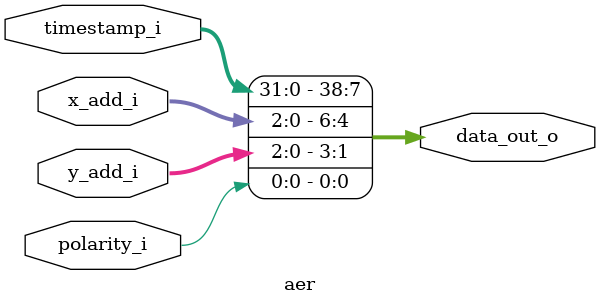
<source format=sv>
module aer (
  input logic [2:0] x_add_i,       // 3-bit input representing the row index of the event
  input logic [2:0] y_add_i,       // 3-bit input representing the column index of the event
  input logic [31:0] timestamp_i,  // 32-bit input representing the timestamp of the event
  input logic polarity_i,          // 1-bit input representing the polarity of the event
  output logic [38:0] data_out_o   // 39-bit output combining the inputs into a single vector
);

  always_comb
  begin
    data_out_o = {timestamp_i, x_add_i, y_add_i, polarity_i};
  end

endmodule

</source>
